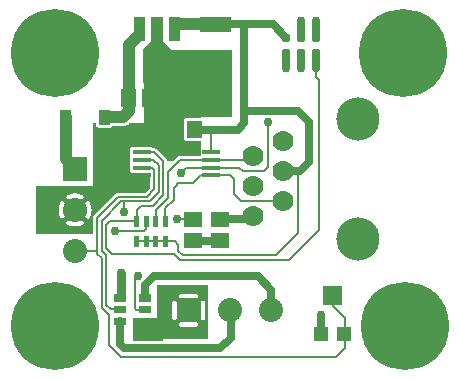
<source format=gbr>
G04 start of page 2 for group 0 idx 0 *
G04 Title: (unknown), top *
G04 Creator: pcb 20140316 *
G04 CreationDate: Tue 10 May 2016 09:14:39 AM GMT UTC *
G04 For: ndholmes *
G04 Format: Gerber/RS-274X *
G04 PCB-Dimensions (mil): 1500.00 1250.00 *
G04 PCB-Coordinate-Origin: lower left *
%MOIN*%
%FSLAX25Y25*%
%LNTOP*%
%ADD35C,0.0390*%
%ADD34C,0.0472*%
%ADD33C,0.1280*%
%ADD32C,0.1285*%
%ADD31C,0.0150*%
%ADD30C,0.0140*%
%ADD29R,0.0630X0.0630*%
%ADD28R,0.0470X0.0470*%
%ADD27R,0.0240X0.0240*%
%ADD26R,0.0130X0.0130*%
%ADD25R,0.0167X0.0167*%
%ADD24C,0.0310*%
%ADD23R,0.0945X0.0945*%
%ADD22R,0.0378X0.0378*%
%ADD21R,0.0360X0.0360*%
%ADD20R,0.0512X0.0512*%
%ADD19C,0.0800*%
%ADD18C,0.1440*%
%ADD17C,0.0700*%
%ADD16C,0.2937*%
%ADD15C,0.0300*%
%ADD14C,0.0080*%
%ADD13C,0.0250*%
%ADD12C,0.0400*%
%ADD11C,0.0001*%
G54D11*G36*
X28166Y63500D02*X34500D01*
Y58480D01*
X30049Y54029D01*
X30007Y53993D01*
X29864Y53825D01*
X29749Y53638D01*
X29664Y53434D01*
X29613Y53220D01*
X29596Y53000D01*
X29600Y52945D01*
Y47500D01*
X28166D01*
Y52810D01*
X28251Y52846D01*
X28352Y52908D01*
X28442Y52984D01*
X28518Y53074D01*
X28578Y53176D01*
X28795Y53645D01*
X28962Y54134D01*
X29082Y54637D01*
X29155Y55149D01*
X29179Y55665D01*
X29155Y56181D01*
X29082Y56693D01*
X28962Y57196D01*
X28795Y57685D01*
X28583Y58157D01*
X28522Y58258D01*
X28445Y58349D01*
X28355Y58426D01*
X28253Y58488D01*
X28166Y58525D01*
Y63500D01*
G37*
G36*
X23675D02*X28166D01*
Y58525D01*
X28144Y58534D01*
X28028Y58562D01*
X27910Y58571D01*
X27792Y58562D01*
X27676Y58535D01*
X27566Y58489D01*
X27465Y58427D01*
X27375Y58351D01*
X27297Y58260D01*
X27235Y58159D01*
X27189Y58050D01*
X27162Y57934D01*
X27152Y57816D01*
X27161Y57697D01*
X27189Y57582D01*
X27236Y57473D01*
X27394Y57133D01*
X27515Y56777D01*
X27603Y56412D01*
X27655Y56040D01*
X27673Y55665D01*
X27655Y55290D01*
X27603Y54918D01*
X27515Y54553D01*
X27394Y54197D01*
X27240Y53855D01*
X27193Y53747D01*
X27166Y53632D01*
X27156Y53514D01*
X27166Y53397D01*
X27194Y53282D01*
X27239Y53173D01*
X27301Y53072D01*
X27378Y52983D01*
X27468Y52906D01*
X27568Y52845D01*
X27677Y52800D01*
X27792Y52772D01*
X27910Y52763D01*
X28028Y52773D01*
X28142Y52800D01*
X28166Y52810D01*
Y47500D01*
X23675D01*
Y50159D01*
X24189Y50183D01*
X24701Y50256D01*
X25204Y50376D01*
X25693Y50543D01*
X26165Y50755D01*
X26266Y50816D01*
X26357Y50893D01*
X26434Y50983D01*
X26496Y51085D01*
X26542Y51194D01*
X26570Y51310D01*
X26579Y51428D01*
X26570Y51546D01*
X26543Y51662D01*
X26497Y51772D01*
X26435Y51873D01*
X26359Y51963D01*
X26268Y52041D01*
X26167Y52103D01*
X26058Y52149D01*
X25942Y52176D01*
X25824Y52186D01*
X25705Y52177D01*
X25590Y52149D01*
X25481Y52102D01*
X25141Y51944D01*
X24785Y51823D01*
X24420Y51735D01*
X24048Y51683D01*
X23675Y51665D01*
Y59665D01*
X24048Y59647D01*
X24420Y59595D01*
X24785Y59507D01*
X25141Y59386D01*
X25483Y59232D01*
X25591Y59185D01*
X25706Y59158D01*
X25824Y59148D01*
X25941Y59158D01*
X26056Y59186D01*
X26165Y59231D01*
X26266Y59293D01*
X26355Y59370D01*
X26432Y59460D01*
X26493Y59560D01*
X26538Y59669D01*
X26566Y59784D01*
X26575Y59902D01*
X26565Y60020D01*
X26538Y60134D01*
X26492Y60243D01*
X26430Y60344D01*
X26354Y60434D01*
X26264Y60510D01*
X26162Y60570D01*
X25693Y60787D01*
X25204Y60954D01*
X24701Y61074D01*
X24189Y61147D01*
X23675Y61171D01*
Y63500D01*
G37*
G36*
X19180D02*X23675D01*
Y61171D01*
X23673Y61171D01*
X23157Y61147D01*
X22645Y61074D01*
X22142Y60954D01*
X21653Y60787D01*
X21181Y60575D01*
X21080Y60514D01*
X20989Y60437D01*
X20912Y60347D01*
X20850Y60245D01*
X20804Y60136D01*
X20776Y60020D01*
X20767Y59902D01*
X20776Y59784D01*
X20803Y59668D01*
X20849Y59558D01*
X20911Y59457D01*
X20987Y59367D01*
X21078Y59289D01*
X21179Y59227D01*
X21288Y59181D01*
X21404Y59154D01*
X21522Y59144D01*
X21641Y59153D01*
X21756Y59181D01*
X21865Y59228D01*
X22205Y59386D01*
X22561Y59507D01*
X22926Y59595D01*
X23298Y59647D01*
X23673Y59665D01*
X23675Y59665D01*
Y51665D01*
X23673Y51665D01*
X23298Y51683D01*
X22926Y51735D01*
X22561Y51823D01*
X22205Y51944D01*
X21863Y52098D01*
X21755Y52145D01*
X21640Y52172D01*
X21522Y52182D01*
X21405Y52172D01*
X21290Y52144D01*
X21181Y52099D01*
X21080Y52037D01*
X20991Y51960D01*
X20914Y51870D01*
X20853Y51770D01*
X20808Y51661D01*
X20780Y51546D01*
X20771Y51428D01*
X20781Y51310D01*
X20808Y51196D01*
X20854Y51087D01*
X20916Y50986D01*
X20992Y50896D01*
X21082Y50820D01*
X21184Y50760D01*
X21653Y50543D01*
X22142Y50376D01*
X22645Y50256D01*
X23157Y50183D01*
X23673Y50159D01*
X23675Y50159D01*
Y47500D01*
X19180D01*
Y52805D01*
X19202Y52796D01*
X19318Y52768D01*
X19436Y52759D01*
X19554Y52768D01*
X19670Y52795D01*
X19780Y52841D01*
X19881Y52903D01*
X19971Y52979D01*
X20049Y53070D01*
X20111Y53171D01*
X20157Y53280D01*
X20184Y53396D01*
X20194Y53514D01*
X20185Y53633D01*
X20157Y53748D01*
X20110Y53857D01*
X19952Y54197D01*
X19831Y54553D01*
X19743Y54918D01*
X19691Y55290D01*
X19673Y55665D01*
X19691Y56040D01*
X19743Y56412D01*
X19831Y56777D01*
X19952Y57133D01*
X20106Y57475D01*
X20153Y57583D01*
X20180Y57698D01*
X20190Y57816D01*
X20180Y57933D01*
X20152Y58048D01*
X20107Y58157D01*
X20045Y58258D01*
X19968Y58347D01*
X19878Y58424D01*
X19778Y58485D01*
X19669Y58530D01*
X19554Y58558D01*
X19436Y58567D01*
X19318Y58557D01*
X19204Y58530D01*
X19180Y58520D01*
Y63500D01*
G37*
G36*
X10500D02*X19180D01*
Y58520D01*
X19095Y58484D01*
X18994Y58422D01*
X18904Y58346D01*
X18828Y58256D01*
X18768Y58154D01*
X18551Y57685D01*
X18384Y57196D01*
X18264Y56693D01*
X18191Y56181D01*
X18167Y55665D01*
X18191Y55149D01*
X18264Y54637D01*
X18384Y54134D01*
X18551Y53645D01*
X18763Y53173D01*
X18824Y53072D01*
X18901Y52981D01*
X18991Y52904D01*
X19093Y52842D01*
X19180Y52805D01*
Y47500D01*
X10500D01*
Y63500D01*
G37*
G36*
X43000Y19500D02*X53000D01*
Y12000D01*
X43000D01*
Y19500D01*
G37*
G36*
X48118Y106838D02*X48119Y104127D01*
X48156Y103974D01*
X48216Y103829D01*
X48298Y103694D01*
X48401Y103575D01*
X48520Y103472D01*
X48655Y103390D01*
X48800Y103330D01*
X48953Y103293D01*
X49110Y103284D01*
X53047Y103293D01*
X53200Y103330D01*
X53345Y103390D01*
X53480Y103472D01*
X53599Y103575D01*
X53702Y103694D01*
X53784Y103829D01*
X53844Y103974D01*
X53881Y104127D01*
X53890Y104284D01*
X53887Y109000D01*
X76000D01*
Y98000D01*
X46500D01*
Y107534D01*
X47105Y106934D01*
X47240Y106851D01*
X47385Y106791D01*
X47538Y106754D01*
X47695Y106742D01*
X47852Y106754D01*
X48005Y106791D01*
X48118Y106838D01*
G37*
G36*
X41833Y75488D02*X41844Y74016D01*
X41884Y73848D01*
X41950Y73688D01*
X42029Y73558D01*
X41950Y73429D01*
X41884Y73269D01*
X41844Y73101D01*
X41833Y72929D01*
X41844Y71457D01*
X41884Y71289D01*
X41950Y71129D01*
X42029Y71000D01*
X41950Y70871D01*
X41884Y70711D01*
X41844Y70543D01*
X41833Y70371D01*
X41844Y68899D01*
X41884Y68731D01*
X41950Y68571D01*
X42041Y68423D01*
X42153Y68291D01*
X42285Y68179D01*
X42433Y68088D01*
X42593Y68022D01*
X42761Y67982D01*
X42933Y67972D01*
X48600Y67981D01*
Y63080D01*
X46920Y61400D01*
X40500D01*
X40500Y61400D01*
X38055D01*
X38000Y61404D01*
X37780Y61387D01*
X37566Y61336D01*
X37362Y61251D01*
X37175Y61136D01*
X37174Y61136D01*
X37007Y60993D01*
X36971Y60951D01*
X30049Y54029D01*
X30007Y53993D01*
X29864Y53825D01*
X29749Y53638D01*
X29664Y53434D01*
X29613Y53220D01*
X29596Y53000D01*
X29600Y52945D01*
Y47500D01*
X29500D01*
Y84500D01*
X30608D01*
X30609Y83943D01*
X30646Y83790D01*
X30706Y83645D01*
X30788Y83510D01*
X30891Y83391D01*
X31010Y83288D01*
X31145Y83206D01*
X31290Y83146D01*
X31443Y83109D01*
X31600Y83100D01*
X35357Y83109D01*
X35510Y83146D01*
X35655Y83206D01*
X35790Y83288D01*
X35909Y83391D01*
X36003Y83500D01*
X39382D01*
X39500Y83491D01*
X39970Y83528D01*
X39971Y83528D01*
X40430Y83638D01*
X40866Y83819D01*
X41269Y84065D01*
X41628Y84372D01*
X41705Y84462D01*
X41743Y84500D01*
X51500D01*
Y75318D01*
X51029Y75789D01*
X50993Y75831D01*
X50825Y75974D01*
X50638Y76089D01*
X50434Y76174D01*
X50220Y76225D01*
X50000Y76242D01*
X49945Y76238D01*
X49644D01*
X49619Y76268D01*
X49487Y76380D01*
X49339Y76471D01*
X49179Y76537D01*
X49011Y76577D01*
X48838Y76588D01*
X42761Y76577D01*
X42593Y76537D01*
X42433Y76471D01*
X42285Y76380D01*
X42153Y76268D01*
X42041Y76136D01*
X41950Y75988D01*
X41884Y75828D01*
X41844Y75660D01*
X41833Y75488D01*
G37*
G36*
X56520Y72000D02*X54392D01*
X54387Y72058D01*
X54336Y72272D01*
X54251Y72476D01*
X54136Y72663D01*
X54136Y72664D01*
X53993Y72831D01*
X53951Y72867D01*
X51029Y75789D01*
X50993Y75831D01*
X50825Y75974D01*
X50638Y76089D01*
X50434Y76174D01*
X50220Y76225D01*
X50000Y76242D01*
X49945Y76238D01*
X49644D01*
X49619Y76268D01*
X49487Y76380D01*
X49339Y76471D01*
X49179Y76537D01*
X49011Y76577D01*
X48838Y76588D01*
X46500Y76584D01*
Y89500D01*
X65500D01*
Y86451D01*
X60827Y86443D01*
X60674Y86406D01*
X60529Y86346D01*
X60394Y86264D01*
X60275Y86161D01*
X60172Y86042D01*
X60090Y85907D01*
X60030Y85762D01*
X59993Y85609D01*
X59984Y85452D01*
X59993Y79391D01*
X60030Y79238D01*
X60090Y79093D01*
X60172Y78958D01*
X60275Y78839D01*
X60394Y78736D01*
X60529Y78654D01*
X60674Y78594D01*
X60827Y78557D01*
X60984Y78548D01*
X65500Y78556D01*
Y73679D01*
X58834D01*
X58779Y73683D01*
X58559Y73666D01*
X58345Y73615D01*
X58141Y73530D01*
X57954Y73415D01*
X57953Y73415D01*
X57786Y73272D01*
X57750Y73230D01*
X56520Y72000D01*
G37*
G36*
X46500Y97500D02*X76000D01*
Y86500D01*
X46500D01*
Y97500D01*
G37*
G36*
Y99500D02*X76000D01*
Y88500D01*
X46500D01*
Y99500D01*
G37*
G36*
X66305Y30500D02*X68000D01*
Y12500D01*
X66305D01*
Y18921D01*
X66423Y18930D01*
X66537Y18958D01*
X66647Y19003D01*
X66747Y19064D01*
X66837Y19141D01*
X66914Y19231D01*
X66975Y19331D01*
X67020Y19441D01*
X67048Y19555D01*
X67055Y19673D01*
Y24673D01*
X67048Y24791D01*
X67020Y24905D01*
X66975Y25015D01*
X66914Y25115D01*
X66837Y25205D01*
X66747Y25282D01*
X66647Y25343D01*
X66537Y25388D01*
X66423Y25416D01*
X66305Y25425D01*
Y30500D01*
G37*
G36*
X61555D02*X66305D01*
Y25425D01*
X66187Y25416D01*
X66073Y25388D01*
X65963Y25343D01*
X65863Y25282D01*
X65773Y25205D01*
X65696Y25115D01*
X65635Y25015D01*
X65590Y24905D01*
X65562Y24791D01*
X65555Y24673D01*
Y19673D01*
X65562Y19555D01*
X65590Y19441D01*
X65635Y19331D01*
X65696Y19231D01*
X65773Y19141D01*
X65863Y19064D01*
X65963Y19003D01*
X66073Y18958D01*
X66187Y18930D01*
X66305Y18921D01*
Y12500D01*
X61555D01*
Y16673D01*
X64055D01*
X64173Y16680D01*
X64287Y16708D01*
X64397Y16753D01*
X64497Y16814D01*
X64587Y16891D01*
X64664Y16981D01*
X64725Y17081D01*
X64770Y17191D01*
X64798Y17305D01*
X64807Y17423D01*
X64798Y17541D01*
X64770Y17655D01*
X64725Y17765D01*
X64664Y17865D01*
X64587Y17955D01*
X64497Y18032D01*
X64397Y18093D01*
X64287Y18138D01*
X64173Y18166D01*
X64055Y18173D01*
X61555D01*
Y26173D01*
X64055D01*
X64173Y26180D01*
X64287Y26208D01*
X64397Y26253D01*
X64497Y26314D01*
X64587Y26391D01*
X64664Y26481D01*
X64725Y26581D01*
X64770Y26691D01*
X64798Y26805D01*
X64807Y26923D01*
X64798Y27041D01*
X64770Y27155D01*
X64725Y27265D01*
X64664Y27365D01*
X64587Y27455D01*
X64497Y27532D01*
X64397Y27593D01*
X64287Y27638D01*
X64173Y27666D01*
X64055Y27673D01*
X61555D01*
Y30500D01*
G37*
G36*
X56805D02*X61555D01*
Y27673D01*
X59055D01*
X58937Y27666D01*
X58823Y27638D01*
X58713Y27593D01*
X58613Y27532D01*
X58523Y27455D01*
X58446Y27365D01*
X58385Y27265D01*
X58340Y27155D01*
X58312Y27041D01*
X58303Y26923D01*
X58312Y26805D01*
X58340Y26691D01*
X58385Y26581D01*
X58446Y26481D01*
X58523Y26391D01*
X58613Y26314D01*
X58713Y26253D01*
X58823Y26208D01*
X58937Y26180D01*
X59055Y26173D01*
X61555D01*
Y18173D01*
X59055D01*
X58937Y18166D01*
X58823Y18138D01*
X58713Y18093D01*
X58613Y18032D01*
X58523Y17955D01*
X58446Y17865D01*
X58385Y17765D01*
X58340Y17655D01*
X58312Y17541D01*
X58303Y17423D01*
X58312Y17305D01*
X58340Y17191D01*
X58385Y17081D01*
X58446Y16981D01*
X58523Y16891D01*
X58613Y16814D01*
X58713Y16753D01*
X58823Y16708D01*
X58937Y16680D01*
X59055Y16673D01*
X61555D01*
Y12500D01*
X56805D01*
Y18921D01*
X56923Y18930D01*
X57037Y18958D01*
X57147Y19003D01*
X57247Y19064D01*
X57337Y19141D01*
X57414Y19231D01*
X57475Y19331D01*
X57520Y19441D01*
X57548Y19555D01*
X57555Y19673D01*
Y24673D01*
X57548Y24791D01*
X57520Y24905D01*
X57475Y25015D01*
X57414Y25115D01*
X57337Y25205D01*
X57247Y25282D01*
X57147Y25343D01*
X57037Y25388D01*
X56923Y25416D01*
X56805Y25425D01*
Y30500D01*
G37*
G36*
X51000Y12500D02*Y30500D01*
X56805D01*
Y25425D01*
X56687Y25416D01*
X56573Y25388D01*
X56463Y25343D01*
X56363Y25282D01*
X56273Y25205D01*
X56196Y25115D01*
X56135Y25015D01*
X56090Y24905D01*
X56062Y24791D01*
X56055Y24673D01*
Y19673D01*
X56062Y19555D01*
X56090Y19441D01*
X56135Y19331D01*
X56196Y19231D01*
X56273Y19141D01*
X56363Y19064D01*
X56463Y19003D01*
X56573Y18958D01*
X56687Y18930D01*
X56805Y18921D01*
Y12500D01*
X51000D01*
G37*
G54D12*X70500Y117500D02*X57000D01*
G54D13*X77500D02*X70595D01*
X70500Y117405D01*
X62500Y82457D02*X77957D01*
X80000Y84500D01*
G54D14*X69114Y82071D02*X69500Y82457D01*
G54D13*X104000Y113000D02*Y118500D01*
X99000Y108000D02*Y103000D01*
Y113000D02*Y118500D01*
X94000Y113000D02*X89500Y117500D01*
X74500D01*
X80000Y84500D02*Y117500D01*
X94000Y108000D02*Y103000D01*
X104000Y108000D02*Y103000D01*
G54D14*X105000Y99000D02*X104000Y100000D01*
Y105000D01*
X81779Y72279D02*X83000Y73500D01*
G54D13*X80000Y88500D02*X98000D01*
X101500Y85000D01*
Y71500D01*
G54D14*X88000Y70000D02*Y85000D01*
G54D13*X101500Y71500D02*X98500Y68500D01*
X93000D01*
G54D14*X95652Y45652D02*X98000Y48000D01*
Y68000D01*
X97000Y41000D02*X105000Y49000D01*
Y99000D01*
X90500Y40500D02*X96750Y46750D01*
G54D13*X89114Y22173D02*Y28886D01*
G54D14*X95000Y39000D02*X98250Y42250D01*
X109501Y27250D02*Y23500D01*
X113500Y19500D01*
Y14549D01*
X113401Y14450D01*
G54D13*X105599D02*Y20401D01*
X105500Y20500D01*
G54D14*X110500Y6500D02*X113500Y9500D01*
Y14500D01*
X69114Y74838D02*Y82071D01*
G54D13*X72000Y9500D02*X75500Y13000D01*
Y22008D01*
X75335Y22173D01*
G54D14*X69500Y72279D02*X59279D01*
X58779D02*X62000D01*
X65000Y69721D02*X60721D01*
X59000Y68000D01*
X56500Y59000D02*Y63000D01*
X58000Y64500D01*
X63000D02*X58000D01*
X57250Y63750D01*
X57500Y52500D02*X62957D01*
X63000Y52543D01*
X56848Y45152D02*X58000Y44000D01*
Y42000D01*
X59500Y40500D01*
X69114Y72279D02*X81779D01*
X63721Y69721D02*X78279D01*
X79500Y68500D01*
X86500D01*
X69500Y67162D02*X75338D01*
X68721Y72279D02*X64779D01*
G54D13*X63000Y45457D02*X72000D01*
G54D14*X69114Y67162D02*X65662D01*
X63000Y64500D01*
X86500Y68500D02*X88000Y70000D01*
X93000Y58500D02*X79000D01*
G54D13*X72000Y52543D02*X82043D01*
X83000Y53500D01*
G54D14*X79000Y58500D02*X76500Y61000D01*
X75338Y67162D02*X76500Y66000D01*
Y61000D01*
X77250Y60250D01*
X59500Y40500D02*X90500D01*
X58500Y39000D02*X95000D01*
G54D13*X50000Y33500D02*X84500D01*
X89000Y29000D01*
X89114Y28886D02*X86500Y31500D01*
G54D14*X39000Y6500D02*X110500D01*
G54D12*X41500Y88500D02*Y110500D01*
X45000Y114000D01*
X20500Y86500D02*Y72500D01*
X23500Y69500D01*
X33500Y86500D02*X39500D01*
X41500Y88500D01*
G54D14*X45886Y69721D02*X49279D01*
X45886Y72279D02*X49721D01*
X51500Y70500D01*
X45886Y74838D02*X49662D01*
X50000D02*X48500D01*
X53000Y71838D02*X50000Y74838D01*
X54750Y68250D02*X58779Y72279D01*
G54D13*X38500Y18500D02*Y11000D01*
X40000Y9500D01*
X72000D01*
G54D14*X47000Y22400D02*X44100D01*
X43500Y23000D01*
X35000Y20500D02*Y10500D01*
X39000Y6500D01*
X49279Y69721D02*X50000Y69000D01*
Y62500D01*
X51500Y70500D02*Y61500D01*
X53000Y60500D02*Y71838D01*
X54750Y59750D02*Y68250D01*
X50000Y62500D02*X47500Y60000D01*
X39500D01*
X48500Y58500D02*X40000D01*
X40500Y60000D02*X38000D01*
X44276Y55776D02*X45500Y57000D01*
X49500D01*
X50575Y51848D02*Y55575D01*
X53724Y51848D02*Y56224D01*
X51500Y61500D02*X48500Y58500D01*
X49500Y57000D02*X53000Y60500D01*
X50575Y55575D02*X54750Y59750D01*
X53724Y56224D02*X56500Y59000D01*
X41000Y58500D02*X39000D01*
X40000Y55000D02*Y58500D01*
X44276Y45152D02*X53724D01*
X53652D02*X56848D01*
X36000Y41000D02*X54500D01*
X53500D02*X56500D01*
X58500Y39000D01*
X23787Y42000D02*X23673Y41886D01*
X32500Y52000D02*Y42000D01*
X31000Y53000D02*Y44500D01*
X23787Y42000D02*X23673Y41886D01*
X31000Y46500D02*Y41000D01*
X23787Y42000D02*X31000D01*
X34000Y40500D02*X32500Y42000D01*
X33500Y41000D01*
X39000Y58500D02*X32500Y52000D01*
X38000Y60000D02*X31000Y53000D01*
X46500Y48500D02*X37000D01*
X44276Y51848D02*Y55776D01*
X31000Y41000D02*X32500Y39500D01*
X38700Y22500D02*X38800Y22400D01*
X34000Y24000D02*X35500Y22500D01*
X38700D01*
X43500Y23000D02*Y28000D01*
Y26500D02*Y30500D01*
G54D13*X47000Y26300D02*Y30500D01*
X50000Y33500D01*
G54D14*X43500Y29000D02*Y32500D01*
X44500Y33500D01*
X47425Y51848D02*Y49425D01*
X46500Y48500D01*
X44276Y51848D02*X35348D01*
X34000Y50500D01*
Y43000D01*
X36000Y41000D01*
X34000Y38000D02*Y24000D01*
Y37000D02*Y40500D01*
G54D15*X39000Y34500D02*Y26500D01*
G54D14*X32500Y39500D02*Y23000D01*
X35000Y20500D01*
G54D16*X133500Y17000D03*
G54D17*X83000Y53500D03*
G54D18*X118000Y46000D03*
G54D11*G36*
X57555Y26173D02*Y18173D01*
X65555D01*
Y26173D01*
X57555D01*
G37*
G54D19*X75335Y22173D03*
X89114D03*
G54D16*X133000Y108000D03*
G54D18*X118000Y86000D03*
G54D16*X17000Y17000D03*
Y108000D03*
G54D11*G36*
X19673Y73445D02*Y65445D01*
X27673D01*
Y73445D01*
X19673D01*
G37*
G54D19*X23673Y55665D03*
Y41886D03*
G54D17*X93000Y58500D03*
X83000Y63500D03*
Y73500D03*
X93000Y68500D03*
Y78500D03*
G54D20*X63543Y82893D02*Y82107D01*
X67745Y117405D02*X73255D01*
X67745Y105595D02*X73255D01*
X56457Y82893D02*Y82107D01*
G54D21*X20500Y87100D02*Y85900D01*
X33400Y87100D02*Y85900D01*
G54D20*X41457Y93393D02*Y92607D01*
X48543Y93393D02*Y92607D01*
G54D22*X56906Y117984D02*Y113890D01*
X51000Y117984D02*Y106174D01*
G54D23*Y104440D02*Y102550D01*
G54D11*G36*
X52885Y112005D02*X55725Y109165D01*
X54305Y107745D01*
X51465Y110585D01*
X52885Y112005D01*
G37*
G36*
X46275Y109165D02*X49115Y112005D01*
X50535Y110585D01*
X47695Y107745D01*
X46275Y109165D01*
G37*
G54D22*X45094Y117984D02*Y113890D01*
G54D24*X94000Y108000D03*
X99000D03*
X104000D03*
X94000Y113000D03*
X99000D03*
X104000D03*
G54D25*X47425Y52783D02*Y50913D01*
X44276Y52783D02*Y50913D01*
Y46087D02*Y44217D01*
X47425Y46087D02*Y44217D01*
X50575Y46087D02*Y44217D01*
X53724Y52783D02*Y50913D01*
X50575Y52783D02*Y50913D01*
G54D20*X62607Y52543D02*X63393D01*
X71607D02*X72393D01*
G54D25*X53724Y46087D02*Y44217D01*
G54D20*X62607Y45457D02*X63393D01*
X71607D02*X72393D01*
G54D26*X43583Y74838D02*X48189D01*
X43583Y72279D02*X48189D01*
X43583Y69721D02*X48189D01*
X43583Y67162D02*X48189D01*
X66811D02*X71417D01*
X66811Y69721D02*X71417D01*
X66811Y72279D02*X71417D01*
X66811Y74838D02*X71417D01*
G54D27*X46200Y18500D02*X47800D01*
X46200Y22400D02*X47800D01*
X46200Y26300D02*X47800D01*
X38000D02*X39600D01*
X38000Y22400D02*X39600D01*
X38000Y18500D02*X39600D01*
G54D28*X105599Y14450D02*X105600D01*
X113400D02*X113401D01*
G54D29*X109500Y27250D02*X109501D01*
G54D15*X104000Y118500D03*
X99000Y103000D03*
X94000D03*
X99000Y118500D03*
X66500Y98500D03*
Y94500D03*
X88000Y85000D03*
X58500Y106500D03*
Y102500D03*
Y98500D03*
X62500D03*
Y94500D03*
X58500D03*
X54500D03*
Y90500D03*
X54000Y18500D03*
Y22500D03*
Y26500D03*
X59000Y68000D03*
X40000Y55000D03*
X57500Y52500D03*
X39000Y34500D03*
X44500Y33500D03*
X37000Y48500D03*
X39000Y30500D03*
X105500Y20500D03*
G54D30*G54D31*G54D30*G54D31*G54D30*G54D31*G54D32*G54D15*G54D33*G54D34*G54D32*G54D35*G54D33*G54D32*G54D34*G54D15*M02*

</source>
